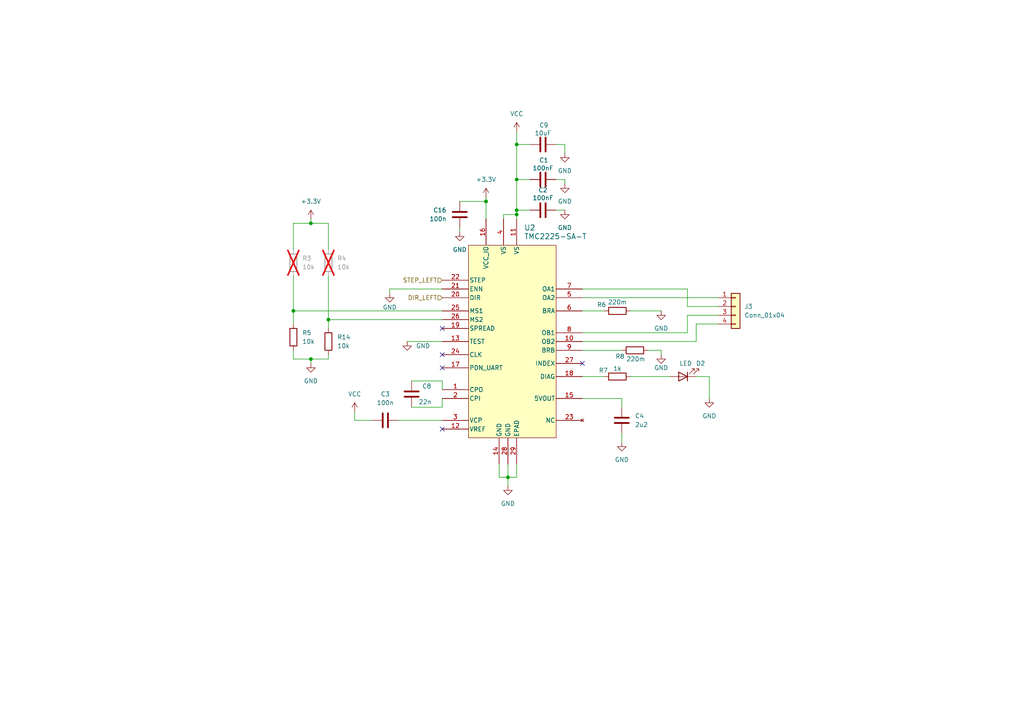
<source format=kicad_sch>
(kicad_sch (version 20250114) (generator "eeschema") (generator_version "9.0")
  (paper "A4")
  (lib_symbols
    (symbol "Connector_Generic:Conn_01x04" (pin_names (offset 1.016) (hide yes))
      (property "Reference" "J" (at 0 5.08 0))
      (property "Value" "Conn_01x04" (at 0 -7.62 0))
      (symbol "Conn_01x04_1_1"
        (rectangle (start -1.27 3.81) (end 1.27 -6.35) (stroke (width 0.254)) (fill (type background)))
        (rectangle (start -1.27 2.667) (end 0 2.413) (stroke (width 0.1524)))
        (rectangle (start -1.27 0.127) (end 0 -0.127) (stroke (width 0.1524)))
        (rectangle (start -1.27 -2.413) (end 0 -2.667) (stroke (width 0.1524)))
        (rectangle (start -1.27 -4.953) (end 0 -5.207) (stroke (width 0.1524)))
        (pin passive line (at -5.08 2.54 0) (length 3.81) (name "Pin_1") (number "1"))
        (pin passive line (at -5.08 0 0) (length 3.81) (name "Pin_2") (number "2"))
        (pin passive line (at -5.08 -2.54 0) (length 3.81) (name "Pin_3") (number "3"))
        (pin passive line (at -5.08 -5.08 0) (length 3.81) (name "Pin_4") (number "4"))
      )
    )
    (symbol "Device:C" (pin_numbers (hide yes)) (pin_names (offset 0.254))
      (property "Reference" "C" (at 0.635 2.54 0))
      (property "Value" "C" (at 0.635 -2.54 0))
      (symbol "C_0_1"
        (polyline (pts (xy -2.032 0.762) (xy 2.032 0.762)) (stroke (width 0.508)))
        (polyline (pts (xy -2.032 -0.762) (xy 2.032 -0.762)) (stroke (width 0.508)))
      )
      (symbol "C_1_1"
        (pin passive line (at 0 3.81 270) (length 2.794) (name "~") (number "1"))
        (pin passive line (at 0 -3.81 90) (length 2.794) (name "~") (number "2"))
      )
    )
    (symbol "Device:LED" (pin_numbers (hide yes)) (pin_names (offset 1.016) (hide yes))
      (property "Reference" "D" (at 0 2.54 0))
      (property "Value" "LED" (at 0 -2.54 0))
      (symbol "LED_0_1"
        (polyline (pts (xy -3.048 -0.762) (xy -4.572 -2.286) (xy -3.81 -2.286) (xy -4.572 -2.286) (xy -4.572 -1.524)))
        (polyline (pts (xy -1.778 -0.762) (xy -3.302 -2.286) (xy -2.54 -2.286) (xy -3.302 -2.286) (xy -3.302 -1.524)))
        (polyline (pts (xy -1.27 0) (xy 1.27 0)))
        (polyline (pts (xy -1.27 -1.27) (xy -1.27 1.27)) (stroke (width 0.254)))
        (polyline (pts (xy 1.27 -1.27) (xy 1.27 1.27) (xy -1.27 0) (xy 1.27 -1.27)) (stroke (width 0.254)))
      )
      (symbol "LED_1_1"
        (pin passive line (at -3.81 0 0) (length 2.54) (name "K") (number "1"))
        (pin passive line (at 3.81 0 180) (length 2.54) (name "A") (number "2"))
      )
    )
    (symbol "Device:R" (pin_numbers (hide yes)) (pin_names (offset 0))
      (property "Reference" "R" (at 2.032 0 90))
      (property "Value" "R" (at 0 0 90))
      (symbol "R_0_1"
        (rectangle (start -1.016 -2.54) (end 1.016 2.54) (stroke (width 0.254)))
      )
      (symbol "R_1_1"
        (pin passive line (at 0 3.81 270) (length 1.27) (name "~") (number "1"))
        (pin passive line (at 0 -3.81 90) (length 1.27) (name "~") (number "2"))
      )
    )
    (symbol "TMC2225-SA_2" (pin_names (offset 0.254))
      (property "Reference" "U2" (at 63.1033 119.38 0))
      (property "Value" "TMC2225-SA-T" (at 63.1033 116.84 0))
      (symbol "TMC2225-SA_2_0_1"
        (pin input line (at 39.37 104.14 0) (length 7.62) (name "STEP") (number "22"))
        (pin input line (at 39.37 101.6 0) (length 7.62) (name "ENN") (number "21"))
        (pin input line (at 39.37 99.06 0) (length 7.62) (name "DIR") (number "20"))
        (pin input line (at 39.37 95.25 0) (length 7.62) (name "MS1") (number "25"))
        (pin input line (at 39.37 92.71 0) (length 7.62) (name "MS2") (number "26"))
        (pin input line (at 39.37 90.17 0) (length 7.62) (name "SPREAD") (number "19"))
        (pin input line (at 39.37 82.55 0) (length 7.62) (name "CLK") (number "24"))
        (pin bidirectional line (at 39.37 78.74 0) (length 7.62) (name "PDN_UART") (number "17"))
        (pin unspecified line (at 39.37 60.96 0) (length 7.62) (name "VREF") (number "12"))
        (pin power_in line (at 52.07 121.92 270) (length 7.62) (name "VCC_IO") (number "16"))
        (pin power_in line (at 57.15 121.92 270) (length 7.62) (name "VS") (number "4"))
        (pin power_in line (at 60.96 121.92 270) (length 7.62) (name "VS") (number "11"))
        (pin output line (at 80.01 80.01 180) (length 7.62) (name "INDEX") (number "27"))
        (pin output line (at 80.01 76.2 180) (length 7.62) (name "DIAG") (number "18"))
        (pin no_connect line (at 80.01 63.5 180) (length 7.62) (name "NC") (number "23"))
      )
      (symbol "TMC2225-SA_2_1_1"
        (rectangle (start 46.99 114.3) (end 72.39 58.42) (fill (type color) (color 255 255 194 1)))
        (pin passive line (at 39.37 86.36 0) (length 7.62) (name "TEST") (number "13"))
        (pin passive line (at 39.37 72.39 0) (length 7.62) (name "CPO") (number "1"))
        (pin passive line (at 39.37 69.85 0) (length 7.62) (name "CPI") (number "2"))
        (pin input line (at 39.37 63.5 0) (length 7.62) (name "VCP") (number "3"))
        (pin passive line (at 55.88 50.8 90) (length 7.62) (name "GND") (number "14"))
        (pin passive line (at 58.42 50.8 90) (length 7.62) (name "GND") (number "28"))
        (pin passive line (at 60.96 50.8 90) (length 7.62) (name "EPAD") (number "29"))
        (pin output line (at 80.01 101.6 180) (length 7.62) (name "OA1") (number "7"))
        (pin output line (at 80.01 99.06 180) (length 7.62) (name "OA2") (number "5"))
        (pin output line (at 80.01 95.25 180) (length 7.62) (name "BRA") (number "6"))
        (pin output line (at 80.01 88.9 180) (length 7.62) (name "OB1") (number "8"))
        (pin output line (at 80.01 86.36 180) (length 7.62) (name "OB2") (number "10"))
        (pin passive line (at 80.01 83.82 180) (length 7.62) (name "BRB") (number "9"))
        (pin output line (at 80.01 69.85 180) (length 7.62) (name "5VOUT") (number "15"))
      )
    )
    (symbol "power:+3.3V" (power) (pin_numbers (hide yes)) (pin_names (offset 0) (hide yes))
      (property "Value" "+3.3V" (at 0 3.556 0))
      (symbol "+3.3V_0_1"
        (polyline (pts (xy -0.762 1.27) (xy 0 2.54)))
        (polyline (pts (xy 0 2.54) (xy 0.762 1.27)))
        (polyline (pts (xy 0 0) (xy 0 2.54)))
      )
      (symbol "+3.3V_1_1"
        (pin power_in line (at 0 0 90) (length 0) (name "~") (number "1"))
      )
    )
    (symbol "power:GND" (power) (pin_numbers (hide yes)) (pin_names (offset 0) (hide yes))
      (property "Value" "GND" (at 0 -3.81 0))
      (symbol "GND_0_1"
        (polyline (pts (xy 0 0) (xy 0 -1.27) (xy 1.27 -1.27) (xy 0 -2.54) (xy -1.27 -1.27) (xy 0 -1.27)))
      )
      (symbol "GND_1_1"
        (pin power_in line (at 0 0 270) (length 0) (name "~") (number "1"))
      )
    )
    (symbol "power:VCC" (power) (pin_numbers (hide yes)) (pin_names (offset 0) (hide yes))
      (property "Value" "VCC" (at 0 3.556 0))
      (symbol "VCC_0_1"
        (polyline (pts (xy -0.762 1.27) (xy 0 2.54)))
        (polyline (pts (xy 0 2.54) (xy 0.762 1.27)))
        (polyline (pts (xy 0 0) (xy 0 2.54)))
      )
      (symbol "VCC_1_1"
        (pin power_in line (at 0 0 90) (length 0) (name "~") (number "1"))
      )
    )
  )
  (junction (at 149.86 52.07))
  (junction (at 140.97 58.42))
  (junction (at 149.86 41.91))
  (junction (at 90.17 104.14))
  (junction (at 149.86 62.23))
  (junction (at 95.25 92.71))
  (junction (at 147.32 138.43))
  (junction (at 149.86 60.96))
  (junction (at 85.09 90.17))
  (junction (at 90.17 64.77))
  (no_connect (at 128.27 124.46))
  (no_connect (at 168.91 105.41))
  (no_connect (at 128.27 102.87))
  (no_connect (at 128.27 106.68))
  (no_connect (at 128.27 95.25))
  (wire (pts (xy 205.74 115.57) (xy 205.74 109.22)))
  (wire (pts (xy 85.09 80.01) (xy 85.09 90.17)))
  (wire (pts (xy 95.25 72.39) (xy 95.25 64.77)))
  (wire (pts (xy 168.91 99.06) (xy 201.93 99.06)))
  (wire (pts (xy 95.25 104.14) (xy 90.17 104.14)))
  (wire (pts (xy 85.09 93.98) (xy 85.09 90.17)))
  (wire (pts (xy 146.05 63.5) (xy 146.05 62.23)))
  (wire (pts (xy 163.83 41.91) (xy 163.83 44.45)))
  (wire (pts (xy 133.35 58.42) (xy 140.97 58.42)))
  (wire (pts (xy 149.86 38.1) (xy 149.86 41.91)))
  (wire (pts (xy 107.95 121.92) (xy 102.87 121.92)))
  (wire (pts (xy 187.96 101.6) (xy 191.77 101.6)))
  (wire (pts (xy 199.39 96.52) (xy 199.39 91.44)))
  (wire (pts (xy 161.29 60.96) (xy 163.83 60.96)))
  (wire (pts (xy 168.91 109.22) (xy 175.26 109.22)))
  (wire (pts (xy 85.09 104.14) (xy 90.17 104.14)))
  (wire (pts (xy 205.74 109.22) (xy 201.93 109.22)))
  (wire (pts (xy 128.27 118.11) (xy 119.38 118.11)))
  (wire (pts (xy 140.97 57.15) (xy 140.97 58.42)))
  (wire (pts (xy 95.25 92.71) (xy 128.27 92.71)))
  (wire (pts (xy 118.11 99.06) (xy 128.27 99.06)))
  (wire (pts (xy 95.25 92.71) (xy 95.25 95.25)))
  (wire (pts (xy 149.86 52.07) (xy 149.86 60.96)))
  (wire (pts (xy 149.86 60.96) (xy 149.86 62.23)))
  (wire (pts (xy 147.32 138.43) (xy 149.86 138.43)))
  (wire (pts (xy 113.03 83.82) (xy 113.03 85.09)))
  (wire (pts (xy 102.87 121.92) (xy 102.87 119.38)))
  (wire (pts (xy 149.86 41.91) (xy 149.86 52.07)))
  (wire (pts (xy 199.39 91.44) (xy 208.28 91.44)))
  (wire (pts (xy 149.86 62.23) (xy 149.86 63.5)))
  (wire (pts (xy 180.34 115.57) (xy 180.34 118.11)))
  (wire (pts (xy 133.35 66.04) (xy 133.35 67.31)))
  (wire (pts (xy 161.29 41.91) (xy 163.83 41.91)))
  (wire (pts (xy 90.17 104.14) (xy 90.17 105.41)))
  (wire (pts (xy 144.78 138.43) (xy 147.32 138.43)))
  (wire (pts (xy 201.93 99.06) (xy 201.93 93.98)))
  (wire (pts (xy 90.17 64.77) (xy 95.25 64.77)))
  (wire (pts (xy 168.91 86.36) (xy 208.28 86.36)))
  (wire (pts (xy 168.91 90.17) (xy 175.26 90.17)))
  (wire (pts (xy 147.32 138.43) (xy 147.32 140.97)))
  (wire (pts (xy 163.83 52.07) (xy 163.83 53.34)))
  (wire (pts (xy 147.32 134.62) (xy 147.32 138.43)))
  (wire (pts (xy 180.34 125.73) (xy 180.34 128.27)))
  (wire (pts (xy 182.88 109.22) (xy 194.31 109.22)))
  (wire (pts (xy 90.17 64.77) (xy 90.17 63.5)))
  (wire (pts (xy 95.25 80.01) (xy 95.25 92.71)))
  (wire (pts (xy 85.09 72.39) (xy 85.09 64.77)))
  (wire (pts (xy 191.77 101.6) (xy 191.77 102.87)))
  (wire (pts (xy 168.91 115.57) (xy 180.34 115.57)))
  (wire (pts (xy 95.25 102.87) (xy 95.25 104.14)))
  (wire (pts (xy 168.91 83.82) (xy 199.39 83.82)))
  (wire (pts (xy 199.39 88.9) (xy 208.28 88.9)))
  (wire (pts (xy 161.29 52.07) (xy 163.83 52.07)))
  (wire (pts (xy 149.86 41.91) (xy 153.67 41.91)))
  (wire (pts (xy 85.09 90.17) (xy 128.27 90.17)))
  (wire (pts (xy 201.93 93.98) (xy 208.28 93.98)))
  (wire (pts (xy 168.91 96.52) (xy 199.39 96.52)))
  (wire (pts (xy 146.05 62.23) (xy 149.86 62.23)))
  (wire (pts (xy 144.78 134.62) (xy 144.78 138.43)))
  (wire (pts (xy 140.97 58.42) (xy 140.97 63.5)))
  (wire (pts (xy 149.86 52.07) (xy 153.67 52.07)))
  (wire (pts (xy 149.86 134.62) (xy 149.86 138.43)))
  (wire (pts (xy 85.09 101.6) (xy 85.09 104.14)))
  (wire (pts (xy 153.67 60.96) (xy 149.86 60.96)))
  (wire (pts (xy 182.88 90.17) (xy 191.77 90.17)))
  (wire (pts (xy 128.27 83.82) (xy 113.03 83.82)))
  (wire (pts (xy 128.27 115.57) (xy 128.27 118.11)))
  (wire (pts (xy 199.39 83.82) (xy 199.39 88.9)))
  (wire (pts (xy 168.91 101.6) (xy 180.34 101.6)))
  (wire (pts (xy 115.57 121.92) (xy 128.27 121.92)))
  (wire (pts (xy 85.09 64.77) (xy 90.17 64.77)))
  (wire (pts (xy 128.27 110.49) (xy 128.27 113.03)))
  (wire (pts (xy 119.38 110.49) (xy 128.27 110.49)))
  (hierarchical_label "STEP_LEFT" (shape input) (at 128.27 81.28 180))
  (hierarchical_label "DIR_LEFT" (shape input) (at 128.27 86.36 180))
  (symbol (lib_id "power:GND") (at 163.83 53.34 0) (unit 1)
    (property "Reference" "#PWR08" (effects (hide yes)))
    (property "Value" "GND" (at 163.83 58.42 0))
    (property "Description" "Power symbol creates a global label with name \"GND\" , ground" (effects (hide yes)))
  )
  (symbol (lib_id "Device:C") (at 180.34 121.92 0) (unit 1)
    (property "Reference" "C4" (at 184.15 120.6499 0) (effects (justify left)))
    (property "Value" "2u2" (at 184.15 123.1899 0) (effects (justify left)))
    (property "Footprint" "Capacitor_SMD:C_0603_1608Metric_Pad1.08x0.95mm_HandSolder" (effects (hide yes)))
    (property "Description" "Unpolarized capacitor" (effects (hide yes)))
  )
  (symbol (lib_id "Device:R") (at 85.09 97.79 0) (unit 1)
    (property "Reference" "R5" (at 87.63 96.5199 0) (effects (justify left)))
    (property "Value" "10k" (at 87.63 99.0599 0) (effects (justify left)))
    (property "Footprint" "Resistor_SMD:R_0603_1608Metric_Pad0.98x0.95mm_HandSolder" (effects (hide yes)))
    (property "Description" "Resistor" (effects (hide yes)))
  )
  (symbol (lib_id "power:GND") (at 191.77 90.17 0) (unit 1)
    (property "Reference" "#PWR014" (effects (hide yes)))
    (property "Value" "GND" (at 191.77 95.25 0))
    (property "Description" "Power symbol creates a global label with name \"GND\" , ground" (effects (hide yes)))
  )
  (symbol (lib_id "Device:R") (at 95.25 76.2 0) (unit 1) (dnp yes)
    (property "Reference" "R4" (at 97.79 74.9299 0) (effects (justify left)))
    (property "Value" "10k" (at 97.79 77.4699 0) (effects (justify left)))
    (property "Footprint" "Resistor_SMD:R_0603_1608Metric_Pad0.98x0.95mm_HandSolder" (effects (hide yes)))
    (property "Description" "Resistor" (effects (hide yes)))
  )
  (symbol (lib_id "power:GND") (at 90.17 105.41 0) (unit 1)
    (property "Reference" "#PWR0102" (effects (hide yes)))
    (property "Value" "GND" (at 90.17 110.49 0))
    (property "Description" "Power symbol creates a global label with name \"GND\" , ground" (effects (hide yes)))
  )
  (symbol (lib_id "Device:C") (at 157.48 52.07 90) (unit 1)
    (property "Reference" "C1" (at 157.734 46.482 90))
    (property "Value" "100nF" (at 157.48 48.768 90))
    (property "Footprint" "Capacitor_SMD:C_0603_1608Metric_Pad1.08x0.95mm_HandSolder" (effects (hide yes)))
    (property "Description" "Unpolarized capacitor" (effects (hide yes)))
  )
  (symbol (lib_id "power:VCC") (at 102.87 119.38 0) (unit 1)
    (property "Reference" "#PWR09" (effects (hide yes)))
    (property "Value" "VCC" (at 102.87 114.3 0))
    (property "Description" "Power symbol creates a global label with name \"VCC\"" (effects (hide yes)))
  )
  (symbol (lib_id "Device:C") (at 133.35 62.23 0) (mirror x) (unit 1)
    (property "Reference" "C16" (at 129.54 60.9599 0) (effects (justify right)))
    (property "Value" "100n" (at 129.54 63.4999 0) (effects (justify right)))
    (property "Footprint" "Capacitor_SMD:C_0603_1608Metric_Pad1.08x0.95mm_HandSolder" (effects (hide yes)))
    (property "Description" "Unpolarized capacitor" (effects (hide yes)))
  )
  (symbol (lib_id "power:GND") (at 180.34 128.27 0) (unit 1)
    (property "Reference" "#PWR013" (effects (hide yes)))
    (property "Value" "GND" (at 180.34 133.35 0))
    (property "Description" "Power symbol creates a global label with name \"GND\" , ground" (effects (hide yes)))
  )
  (symbol (lib_id "power:GND") (at 147.32 140.97 0) (unit 1)
    (property "Reference" "#PWR011" (effects (hide yes)))
    (property "Value" "GND" (at 147.32 146.05 0))
    (property "Description" "Power symbol creates a global label with name \"GND\" , ground" (effects (hide yes)))
  )
  (symbol (lib_id "Device:C") (at 111.76 121.92 90) (unit 1)
    (property "Reference" "C3" (at 111.76 114.3 90))
    (property "Value" "100n" (at 111.76 116.84 90))
    (property "Footprint" "Capacitor_SMD:C_0603_1608Metric_Pad1.08x0.95mm_HandSolder" (effects (hide yes)))
    (property "Description" "Unpolarized capacitor" (effects (hide yes)))
  )
  (symbol (lib_id "Device:R") (at 179.07 90.17 90) (mirror x) (unit 1)
    (property "Reference" "R6" (at 174.498 88.392 90))
    (property "Value" "220m" (at 179.07 87.63 90))
    (property "Footprint" "Resistor_SMD:R_1206_3216Metric_Pad1.30x1.75mm_HandSolder" (effects (hide yes)))
    (property "Description" "Resistor" (effects (hide yes)))
  )
  (symbol (lib_id "power:GND") (at 163.83 60.96 0) (unit 1)
    (property "Reference" "#PWR033" (effects (hide yes)))
    (property "Value" "GND" (at 163.83 66.04 0))
    (property "Description" "Power symbol creates a global label with name \"GND\" , ground" (effects (hide yes)))
  )
  (symbol (lib_id "Device:R") (at 95.25 99.06 0) (unit 1)
    (property "Reference" "R14" (at 97.79 97.7899 0) (effects (justify left)))
    (property "Value" "10k" (at 97.79 100.3299 0) (effects (justify left)))
    (property "Footprint" "Resistor_SMD:R_0603_1608Metric_Pad0.98x0.95mm_HandSolder" (effects (hide yes)))
    (property "Description" "Resistor" (effects (hide yes)))
  )
  (symbol (lib_id "Connector_Generic:Conn_01x04") (at 213.36 88.9 0) (unit 1)
    (property "Reference" "J3" (at 215.9 88.8999 0) (effects (justify left)))
    (property "Value" "Conn_01x04" (at 215.9 91.4399 0) (effects (justify left)))
    (property "Footprint" "Connector_JST:JST_PH_B4B-PH-K_1x04_P2.00mm_Vertical" (effects (hide yes)))
    (property "Description" "Generic connector, single row, 01x04, script generated (kicad-library-utils/schlib/autogen/connector/)" (effects (hide yes)))
  )
  (symbol (lib_id "power:GND") (at 133.35 67.31 0) (unit 1)
    (property "Reference" "#PWR041" (effects (hide yes)))
    (property "Value" "GND" (at 133.35 72.39 0))
    (property "Description" "Power symbol creates a global label with name \"GND\" , ground" (effects (hide yes)))
  )
  (symbol (lib_id "power:VCC") (at 149.86 38.1 0) (unit 1)
    (property "Reference" "#PWR012" (effects (hide yes)))
    (property "Value" "VCC" (at 149.86 33.02 0))
    (property "Description" "Power symbol creates a global label with name \"VCC\"" (effects (hide yes)))
  )
  (symbol (lib_name "TMC2225-SA_2") (lib_id "2026-01-21_07-36-40:TMC2225-SA") (at 88.9 185.42 0) (unit 1)
    (property "Reference" "U2" (at 152.0033 66.04 0) (effects (font (size 1.524 1.524)) (justify left)))
    (property "Value" "TMC2225-SA-T" (at 152.0033 68.58 0) (effects (font (size 1.524 1.524)) (justify left)))
    (property "Footprint" "Package_SO:HTSSOP-28-1EP_4.4x9.7mm_P0.65mm_EP2.85x5.4mm_ThermalVias" (effects (hide yes)))
    (property "Datasheet" "TMC2225-SA-T" (effects (hide yes)))
  )
  (symbol (lib_id "Device:C") (at 157.48 60.96 90) (unit 1)
    (property "Reference" "C2" (at 157.48 55.118 90))
    (property "Value" "100nF" (at 157.48 57.404 90))
    (property "Footprint" "Capacitor_SMD:C_0603_1608Metric_Pad1.08x0.95mm_HandSolder" (effects (hide yes)))
    (property "Description" "Unpolarized capacitor" (effects (hide yes)))
  )
  (symbol (lib_id "power:GND") (at 118.11 99.06 0) (unit 1)
    (property "Reference" "#PWR0103" (effects (hide yes)))
    (property "Value" "GND" (at 120.65 100.3299 0) (effects (justify left)))
    (property "Description" "Power symbol creates a global label with name \"GND\" , ground" (effects (hide yes)))
  )
  (symbol (lib_id "power:GND") (at 191.77 102.87 0) (unit 1)
    (property "Reference" "#PWR015" (effects (hide yes)))
    (property "Value" "GND" (at 191.77 106.68 0))
    (property "Description" "Power symbol creates a global label with name \"GND\" , ground" (effects (hide yes)))
  )
  (symbol (lib_id "Device:R") (at 85.09 76.2 0) (unit 1) (dnp yes)
    (property "Reference" "R3" (at 87.63 74.9299 0) (effects (justify left)))
    (property "Value" "10k" (at 87.63 77.4699 0) (effects (justify left)))
    (property "Footprint" "Resistor_SMD:R_0603_1608Metric_Pad0.98x0.95mm_HandSolder" (effects (hide yes)))
    (property "Description" "Resistor" (effects (hide yes)))
  )
  (symbol (lib_id "Device:R") (at 184.15 101.6 90) (unit 1)
    (property "Reference" "R8" (at 179.832 103.378 90))
    (property "Value" "220m" (at 184.404 104.14 90))
    (property "Footprint" "Resistor_SMD:R_1206_3216Metric_Pad1.30x1.75mm_HandSolder" (effects (hide yes)))
    (property "Description" "Resistor" (effects (hide yes)))
  )
  (symbol (lib_id "Device:LED") (at 198.12 109.22 180) (unit 1)
    (property "Reference" "D2" (at 203.2 105.41 0))
    (property "Value" "LED" (at 198.882 105.41 0))
    (property "Footprint" "LED_SMD:LED_0603_1608Metric_Pad1.05x0.95mm_HandSolder" (effects (hide yes)))
    (property "Description" "Light emitting diode" (effects (hide yes)))
    (property "Sim.Pins" "1=K 2=A" (effects (hide yes)))
  )
  (symbol (lib_id "Device:C") (at 119.38 114.3 0) (unit 1)
    (property "Reference" "C8" (at 122.428 112.014 0) (effects (justify left)))
    (property "Value" "22n" (at 121.412 116.586 0) (effects (justify left)))
    (property "Footprint" "Capacitor_SMD:C_0603_1608Metric_Pad1.08x0.95mm_HandSolder" (effects (hide yes)))
    (property "Description" "Unpolarized capacitor" (effects (hide yes)))
  )
  (symbol (lib_id "Device:R") (at 179.07 109.22 90) (unit 1)
    (property "Reference" "R7" (at 175.006 107.442 90))
    (property "Value" "1k" (at 179.07 106.934 90))
    (property "Footprint" "Resistor_SMD:R_0603_1608Metric_Pad0.98x0.95mm_HandSolder" (effects (hide yes)))
    (property "Description" "Resistor" (effects (hide yes)))
  )
  (symbol (lib_id "power:GND") (at 205.74 115.57 0) (unit 1)
    (property "Reference" "#PWR016" (effects (hide yes)))
    (property "Value" "GND" (at 205.74 120.65 0))
    (property "Description" "Power symbol creates a global label with name \"GND\" , ground" (effects (hide yes)))
  )
  (symbol (lib_id "power:GND") (at 163.83 44.45 0) (unit 1)
    (property "Reference" "#PWR034" (effects (hide yes)))
    (property "Value" "GND" (at 163.83 49.53 0))
    (property "Description" "Power symbol creates a global label with name \"GND\" , ground" (effects (hide yes)))
  )
  (symbol (lib_id "power:+3.3V") (at 140.97 57.15 0) (unit 1)
    (property "Reference" "#PWR010" (effects (hide yes)))
    (property "Value" "+3.3V" (at 140.97 52.07 0))
    (property "Description" "Power symbol creates a global label with name \"+3.3V\"" (effects (hide yes)))
  )
  (symbol (lib_id "Device:C") (at 157.48 41.91 90) (unit 1)
    (property "Reference" "C9" (at 157.734 36.322 90))
    (property "Value" "10uF" (at 157.48 38.608 90))
    (property "Footprint" "Capacitor_SMD:C_0805_2012Metric_Pad1.18x1.45mm_HandSolder" (effects (hide yes)))
    (property "Description" "Unpolarized capacitor" (effects (hide yes)))
  )
  (symbol (lib_id "power:GND") (at 113.03 85.09 0) (unit 1)
    (property "Reference" "#PWR0104" (effects (hide yes)))
    (property "Value" "GND" (at 113.03 89.154 0))
    (property "Description" "Power symbol creates a global label with name \"GND\" , ground" (effects (hide yes)))
  )
  (symbol (lib_id "power:+3.3V") (at 90.17 63.5 0) (unit 1)
    (property "Reference" "#PWR0105" (effects (hide yes)))
    (property "Value" "+3.3V" (at 90.17 58.42 0))
    (property "Description" "Power symbol creates a global label with name \"+3.3V\"" (effects (hide yes)))
  )
)
</source>
